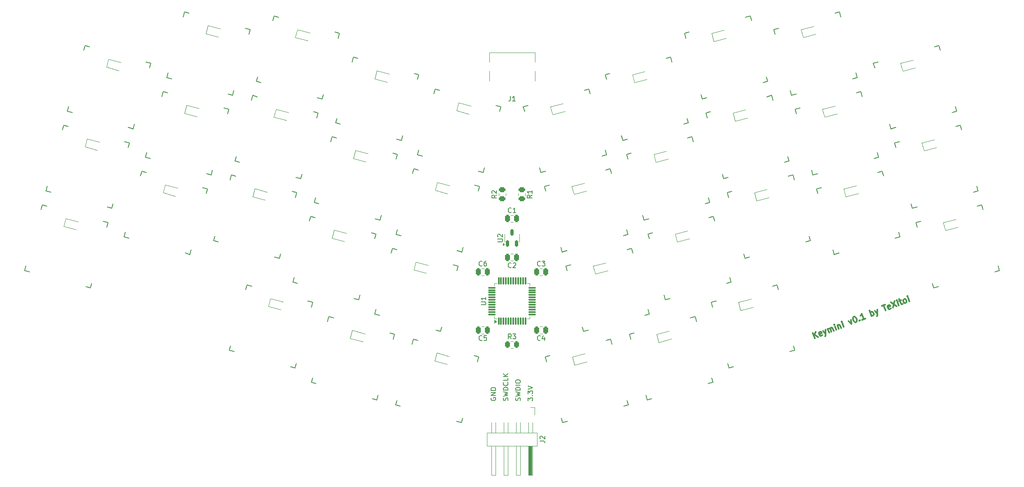
<source format=gto>
G04 #@! TF.GenerationSoftware,KiCad,Pcbnew,8.0.6+1*
G04 #@! TF.CreationDate,2024-11-04T17:59:47+01:00*
G04 #@! TF.ProjectId,keymini,6b65796d-696e-4692-9e6b-696361645f70,rev?*
G04 #@! TF.SameCoordinates,Original*
G04 #@! TF.FileFunction,Legend,Top*
G04 #@! TF.FilePolarity,Positive*
%FSLAX46Y46*%
G04 Gerber Fmt 4.6, Leading zero omitted, Abs format (unit mm)*
G04 Created by KiCad (PCBNEW 8.0.6+1) date 2024-11-04 17:59:47*
%MOMM*%
%LPD*%
G01*
G04 APERTURE LIST*
G04 Aperture macros list*
%AMRoundRect*
0 Rectangle with rounded corners*
0 $1 Rounding radius*
0 $2 $3 $4 $5 $6 $7 $8 $9 X,Y pos of 4 corners*
0 Add a 4 corners polygon primitive as box body*
4,1,4,$2,$3,$4,$5,$6,$7,$8,$9,$2,$3,0*
0 Add four circle primitives for the rounded corners*
1,1,$1+$1,$2,$3*
1,1,$1+$1,$4,$5*
1,1,$1+$1,$6,$7*
1,1,$1+$1,$8,$9*
0 Add four rect primitives between the rounded corners*
20,1,$1+$1,$2,$3,$4,$5,0*
20,1,$1+$1,$4,$5,$6,$7,0*
20,1,$1+$1,$6,$7,$8,$9,0*
20,1,$1+$1,$8,$9,$2,$3,0*%
G04 Aperture macros list end*
%ADD10C,0.200000*%
%ADD11C,0.300000*%
%ADD12C,0.150000*%
%ADD13C,0.120000*%
%ADD14R,0.760000X6.000000*%
%ADD15RoundRect,0.250000X0.250000X0.475000X-0.250000X0.475000X-0.250000X-0.475000X0.250000X-0.475000X0*%
%ADD16C,1.701800*%
%ADD17C,3.429000*%
%ADD18C,2.032000*%
%ADD19RoundRect,0.112500X-0.210228X-0.060138X0.151994X-0.157195X0.210228X0.060138X-0.151994X0.157195X0*%
%ADD20RoundRect,0.112500X-0.151994X-0.157195X0.210228X-0.060138X0.151994X0.157195X-0.210228X0.060138X0*%
%ADD21RoundRect,0.250000X-0.250000X-0.475000X0.250000X-0.475000X0.250000X0.475000X-0.250000X0.475000X0*%
%ADD22RoundRect,0.250000X0.450000X-0.262500X0.450000X0.262500X-0.450000X0.262500X-0.450000X-0.262500X0*%
%ADD23RoundRect,0.075000X0.075000X-0.662500X0.075000X0.662500X-0.075000X0.662500X-0.075000X-0.662500X0*%
%ADD24RoundRect,0.075000X0.662500X-0.075000X0.662500X0.075000X-0.662500X0.075000X-0.662500X-0.075000X0*%
%ADD25RoundRect,0.250000X-0.450000X0.262500X-0.450000X-0.262500X0.450000X-0.262500X0.450000X0.262500X0*%
%ADD26RoundRect,0.250000X-0.262500X-0.450000X0.262500X-0.450000X0.262500X0.450000X-0.262500X0.450000X0*%
%ADD27C,0.650000*%
%ADD28R,0.600000X1.450000*%
%ADD29R,0.300000X1.450000*%
%ADD30O,1.000000X2.100000*%
%ADD31O,1.000000X1.600000*%
%ADD32R,1.000000X2.500000*%
%ADD33RoundRect,0.150000X0.150000X-0.512500X0.150000X0.512500X-0.150000X0.512500X-0.150000X-0.512500X0*%
G04 APERTURE END LIST*
D10*
X151674600Y-101507945D02*
X151722219Y-101365088D01*
X151722219Y-101365088D02*
X151722219Y-101126993D01*
X151722219Y-101126993D02*
X151674600Y-101031755D01*
X151674600Y-101031755D02*
X151626980Y-100984136D01*
X151626980Y-100984136D02*
X151531742Y-100936517D01*
X151531742Y-100936517D02*
X151436504Y-100936517D01*
X151436504Y-100936517D02*
X151341266Y-100984136D01*
X151341266Y-100984136D02*
X151293647Y-101031755D01*
X151293647Y-101031755D02*
X151246028Y-101126993D01*
X151246028Y-101126993D02*
X151198409Y-101317469D01*
X151198409Y-101317469D02*
X151150790Y-101412707D01*
X151150790Y-101412707D02*
X151103171Y-101460326D01*
X151103171Y-101460326D02*
X151007933Y-101507945D01*
X151007933Y-101507945D02*
X150912695Y-101507945D01*
X150912695Y-101507945D02*
X150817457Y-101460326D01*
X150817457Y-101460326D02*
X150769838Y-101412707D01*
X150769838Y-101412707D02*
X150722219Y-101317469D01*
X150722219Y-101317469D02*
X150722219Y-101079374D01*
X150722219Y-101079374D02*
X150769838Y-100936517D01*
X150722219Y-100603183D02*
X151722219Y-100365088D01*
X151722219Y-100365088D02*
X151007933Y-100174612D01*
X151007933Y-100174612D02*
X151722219Y-99984136D01*
X151722219Y-99984136D02*
X150722219Y-99746041D01*
X151722219Y-99365088D02*
X150722219Y-99365088D01*
X150722219Y-99365088D02*
X150722219Y-99126993D01*
X150722219Y-99126993D02*
X150769838Y-98984136D01*
X150769838Y-98984136D02*
X150865076Y-98888898D01*
X150865076Y-98888898D02*
X150960314Y-98841279D01*
X150960314Y-98841279D02*
X151150790Y-98793660D01*
X151150790Y-98793660D02*
X151293647Y-98793660D01*
X151293647Y-98793660D02*
X151484123Y-98841279D01*
X151484123Y-98841279D02*
X151579361Y-98888898D01*
X151579361Y-98888898D02*
X151674600Y-98984136D01*
X151674600Y-98984136D02*
X151722219Y-99126993D01*
X151722219Y-99126993D02*
X151722219Y-99365088D01*
X151722219Y-98365088D02*
X150722219Y-98365088D01*
X150722219Y-97698422D02*
X150722219Y-97507946D01*
X150722219Y-97507946D02*
X150769838Y-97412708D01*
X150769838Y-97412708D02*
X150865076Y-97317470D01*
X150865076Y-97317470D02*
X151055552Y-97269851D01*
X151055552Y-97269851D02*
X151388885Y-97269851D01*
X151388885Y-97269851D02*
X151579361Y-97317470D01*
X151579361Y-97317470D02*
X151674600Y-97412708D01*
X151674600Y-97412708D02*
X151722219Y-97507946D01*
X151722219Y-97507946D02*
X151722219Y-97698422D01*
X151722219Y-97698422D02*
X151674600Y-97793660D01*
X151674600Y-97793660D02*
X151579361Y-97888898D01*
X151579361Y-97888898D02*
X151388885Y-97936517D01*
X151388885Y-97936517D02*
X151055552Y-97936517D01*
X151055552Y-97936517D02*
X150865076Y-97888898D01*
X150865076Y-97888898D02*
X150769838Y-97793660D01*
X150769838Y-97793660D02*
X150722219Y-97698422D01*
X149134600Y-101507945D02*
X149182219Y-101365088D01*
X149182219Y-101365088D02*
X149182219Y-101126993D01*
X149182219Y-101126993D02*
X149134600Y-101031755D01*
X149134600Y-101031755D02*
X149086980Y-100984136D01*
X149086980Y-100984136D02*
X148991742Y-100936517D01*
X148991742Y-100936517D02*
X148896504Y-100936517D01*
X148896504Y-100936517D02*
X148801266Y-100984136D01*
X148801266Y-100984136D02*
X148753647Y-101031755D01*
X148753647Y-101031755D02*
X148706028Y-101126993D01*
X148706028Y-101126993D02*
X148658409Y-101317469D01*
X148658409Y-101317469D02*
X148610790Y-101412707D01*
X148610790Y-101412707D02*
X148563171Y-101460326D01*
X148563171Y-101460326D02*
X148467933Y-101507945D01*
X148467933Y-101507945D02*
X148372695Y-101507945D01*
X148372695Y-101507945D02*
X148277457Y-101460326D01*
X148277457Y-101460326D02*
X148229838Y-101412707D01*
X148229838Y-101412707D02*
X148182219Y-101317469D01*
X148182219Y-101317469D02*
X148182219Y-101079374D01*
X148182219Y-101079374D02*
X148229838Y-100936517D01*
X148182219Y-100603183D02*
X149182219Y-100365088D01*
X149182219Y-100365088D02*
X148467933Y-100174612D01*
X148467933Y-100174612D02*
X149182219Y-99984136D01*
X149182219Y-99984136D02*
X148182219Y-99746041D01*
X149182219Y-99365088D02*
X148182219Y-99365088D01*
X148182219Y-99365088D02*
X148182219Y-99126993D01*
X148182219Y-99126993D02*
X148229838Y-98984136D01*
X148229838Y-98984136D02*
X148325076Y-98888898D01*
X148325076Y-98888898D02*
X148420314Y-98841279D01*
X148420314Y-98841279D02*
X148610790Y-98793660D01*
X148610790Y-98793660D02*
X148753647Y-98793660D01*
X148753647Y-98793660D02*
X148944123Y-98841279D01*
X148944123Y-98841279D02*
X149039361Y-98888898D01*
X149039361Y-98888898D02*
X149134600Y-98984136D01*
X149134600Y-98984136D02*
X149182219Y-99126993D01*
X149182219Y-99126993D02*
X149182219Y-99365088D01*
X149086980Y-97793660D02*
X149134600Y-97841279D01*
X149134600Y-97841279D02*
X149182219Y-97984136D01*
X149182219Y-97984136D02*
X149182219Y-98079374D01*
X149182219Y-98079374D02*
X149134600Y-98222231D01*
X149134600Y-98222231D02*
X149039361Y-98317469D01*
X149039361Y-98317469D02*
X148944123Y-98365088D01*
X148944123Y-98365088D02*
X148753647Y-98412707D01*
X148753647Y-98412707D02*
X148610790Y-98412707D01*
X148610790Y-98412707D02*
X148420314Y-98365088D01*
X148420314Y-98365088D02*
X148325076Y-98317469D01*
X148325076Y-98317469D02*
X148229838Y-98222231D01*
X148229838Y-98222231D02*
X148182219Y-98079374D01*
X148182219Y-98079374D02*
X148182219Y-97984136D01*
X148182219Y-97984136D02*
X148229838Y-97841279D01*
X148229838Y-97841279D02*
X148277457Y-97793660D01*
X149182219Y-96888898D02*
X149182219Y-97365088D01*
X149182219Y-97365088D02*
X148182219Y-97365088D01*
X149182219Y-96555564D02*
X148182219Y-96555564D01*
X149182219Y-95984136D02*
X148610790Y-96412707D01*
X148182219Y-95984136D02*
X148753647Y-96555564D01*
D11*
X212390842Y-88672886D02*
X211954160Y-87555162D01*
X213029542Y-88423354D02*
X212300984Y-87971803D01*
X212592860Y-87305629D02*
X212203693Y-88193861D01*
X213913572Y-88016625D02*
X213827917Y-88111438D01*
X213827917Y-88111438D02*
X213615017Y-88194616D01*
X213615017Y-88194616D02*
X213487773Y-88182980D01*
X213487773Y-88182980D02*
X213392959Y-88097324D01*
X213392959Y-88097324D02*
X213226604Y-87671524D01*
X213226604Y-87671524D02*
X213238240Y-87544280D01*
X213238240Y-87544280D02*
X213323896Y-87449466D01*
X213323896Y-87449466D02*
X213536796Y-87366288D01*
X213536796Y-87366288D02*
X213664040Y-87377925D01*
X213664040Y-87377925D02*
X213758854Y-87463580D01*
X213758854Y-87463580D02*
X213800442Y-87570030D01*
X213800442Y-87570030D02*
X213309781Y-87884424D01*
X214069045Y-87158345D02*
X214626291Y-87799523D01*
X214601295Y-86950401D02*
X214626291Y-87799523D01*
X214626291Y-87799523D02*
X214623813Y-88107237D01*
X214623813Y-88107237D02*
X214591383Y-88181256D01*
X214591383Y-88181256D02*
X214505727Y-88276070D01*
X215318217Y-87529196D02*
X215027095Y-86784046D01*
X215068684Y-86890496D02*
X215101115Y-86816476D01*
X215101115Y-86816476D02*
X215186770Y-86721663D01*
X215186770Y-86721663D02*
X215346445Y-86659280D01*
X215346445Y-86659280D02*
X215473690Y-86670916D01*
X215473690Y-86670916D02*
X215568503Y-86756571D01*
X215568503Y-86756571D02*
X215797242Y-87342046D01*
X215568503Y-86756571D02*
X215580140Y-86629327D01*
X215580140Y-86629327D02*
X215665795Y-86534513D01*
X215665795Y-86534513D02*
X215825470Y-86472130D01*
X215825470Y-86472130D02*
X215952715Y-86483766D01*
X215952715Y-86483766D02*
X216047528Y-86569422D01*
X216047528Y-86569422D02*
X216276266Y-87154897D01*
X216808516Y-86946953D02*
X216517395Y-86201803D01*
X216371835Y-85829228D02*
X216339404Y-85903248D01*
X216339404Y-85903248D02*
X216413423Y-85935678D01*
X216413423Y-85935678D02*
X216445854Y-85861659D01*
X216445854Y-85861659D02*
X216371835Y-85829228D01*
X216371835Y-85829228D02*
X216413423Y-85935678D01*
X217049645Y-85993859D02*
X217340767Y-86739009D01*
X217091234Y-86100309D02*
X217123665Y-86026290D01*
X217123665Y-86026290D02*
X217209320Y-85931476D01*
X217209320Y-85931476D02*
X217368995Y-85869093D01*
X217368995Y-85869093D02*
X217496240Y-85880729D01*
X217496240Y-85880729D02*
X217591054Y-85966385D01*
X217591054Y-85966385D02*
X217819792Y-86551860D01*
X218352041Y-86343916D02*
X218060920Y-85598766D01*
X217915359Y-85226191D02*
X217882929Y-85300211D01*
X217882929Y-85300211D02*
X217956948Y-85332641D01*
X217956948Y-85332641D02*
X217989379Y-85258622D01*
X217989379Y-85258622D02*
X217915359Y-85226191D01*
X217915359Y-85226191D02*
X217956948Y-85332641D01*
X219338321Y-85099701D02*
X219895567Y-85740879D01*
X219895567Y-85740879D02*
X219870571Y-84891757D01*
X220363710Y-84269650D02*
X220470160Y-84228061D01*
X220470160Y-84228061D02*
X220597405Y-84239697D01*
X220597405Y-84239697D02*
X220671424Y-84272128D01*
X220671424Y-84272128D02*
X220766238Y-84357783D01*
X220766238Y-84357783D02*
X220902640Y-84549889D01*
X220902640Y-84549889D02*
X221006612Y-84816014D01*
X221006612Y-84816014D02*
X221036565Y-85049708D01*
X221036565Y-85049708D02*
X221024928Y-85176953D01*
X221024928Y-85176953D02*
X220992498Y-85250972D01*
X220992498Y-85250972D02*
X220906842Y-85345786D01*
X220906842Y-85345786D02*
X220800392Y-85387375D01*
X220800392Y-85387375D02*
X220673148Y-85375738D01*
X220673148Y-85375738D02*
X220599128Y-85343308D01*
X220599128Y-85343308D02*
X220504315Y-85257652D01*
X220504315Y-85257652D02*
X220367912Y-85065547D01*
X220367912Y-85065547D02*
X220263940Y-84799422D01*
X220263940Y-84799422D02*
X220233988Y-84565727D01*
X220233988Y-84565727D02*
X220245624Y-84438483D01*
X220245624Y-84438483D02*
X220278055Y-84364463D01*
X220278055Y-84364463D02*
X220363710Y-84269650D01*
X221610403Y-84948215D02*
X221684422Y-84980645D01*
X221684422Y-84980645D02*
X221651992Y-85054665D01*
X221651992Y-85054665D02*
X221577972Y-85022234D01*
X221577972Y-85022234D02*
X221610403Y-84948215D01*
X221610403Y-84948215D02*
X221651992Y-85054665D01*
X222769717Y-84617983D02*
X222131017Y-84867515D01*
X222450367Y-84742749D02*
X222013685Y-83625024D01*
X222013685Y-83625024D02*
X221969618Y-83826288D01*
X221969618Y-83826288D02*
X221904757Y-83974326D01*
X221904757Y-83974326D02*
X221819102Y-84069140D01*
X224100342Y-84098123D02*
X223663660Y-82980398D01*
X223830015Y-83406198D02*
X223915671Y-83311384D01*
X223915671Y-83311384D02*
X224128571Y-83228207D01*
X224128571Y-83228207D02*
X224255815Y-83239843D01*
X224255815Y-83239843D02*
X224329835Y-83272274D01*
X224329835Y-83272274D02*
X224424648Y-83357929D01*
X224424648Y-83357929D02*
X224549415Y-83677279D01*
X224549415Y-83677279D02*
X224537778Y-83804524D01*
X224537778Y-83804524D02*
X224505348Y-83878543D01*
X224505348Y-83878543D02*
X224419692Y-83973357D01*
X224419692Y-83973357D02*
X224206792Y-84056534D01*
X224206792Y-84056534D02*
X224079548Y-84044898D01*
X224714045Y-82999469D02*
X225271292Y-83640647D01*
X225246295Y-82791525D02*
X225271292Y-83640647D01*
X225271292Y-83640647D02*
X225268814Y-83948361D01*
X225268814Y-83948361D02*
X225236383Y-84022380D01*
X225236383Y-84022380D02*
X225150727Y-84117194D01*
X226218460Y-81982268D02*
X226857160Y-81732736D01*
X226974492Y-82975227D02*
X226537810Y-81857502D01*
X228071423Y-82485320D02*
X227985767Y-82580133D01*
X227985767Y-82580133D02*
X227772867Y-82663311D01*
X227772867Y-82663311D02*
X227645623Y-82651675D01*
X227645623Y-82651675D02*
X227550809Y-82566019D01*
X227550809Y-82566019D02*
X227384454Y-82140219D01*
X227384454Y-82140219D02*
X227396090Y-82012975D01*
X227396090Y-82012975D02*
X227481746Y-81918161D01*
X227481746Y-81918161D02*
X227694646Y-81834984D01*
X227694646Y-81834984D02*
X227821890Y-81846620D01*
X227821890Y-81846620D02*
X227916704Y-81932275D01*
X227916704Y-81932275D02*
X227958293Y-82038725D01*
X227958293Y-82038725D02*
X227467632Y-82353119D01*
X228081335Y-81254465D02*
X229263167Y-82081069D01*
X228826485Y-80963344D02*
X228518017Y-82372190D01*
X229688967Y-81914714D02*
X229397845Y-81169564D01*
X229252285Y-80796989D02*
X229219854Y-80871008D01*
X229219854Y-80871008D02*
X229293873Y-80903439D01*
X229293873Y-80903439D02*
X229326304Y-80829419D01*
X229326304Y-80829419D02*
X229252285Y-80796989D01*
X229252285Y-80796989D02*
X229293873Y-80903439D01*
X229770421Y-81024003D02*
X230196221Y-80857648D01*
X229784535Y-80589045D02*
X230158834Y-81547095D01*
X230158834Y-81547095D02*
X230253647Y-81632750D01*
X230253647Y-81632750D02*
X230380892Y-81644387D01*
X230380892Y-81644387D02*
X230487342Y-81602798D01*
X231019592Y-81394854D02*
X230892347Y-81383218D01*
X230892347Y-81383218D02*
X230818328Y-81350787D01*
X230818328Y-81350787D02*
X230723514Y-81265132D01*
X230723514Y-81265132D02*
X230598748Y-80945782D01*
X230598748Y-80945782D02*
X230610384Y-80818537D01*
X230610384Y-80818537D02*
X230642815Y-80744518D01*
X230642815Y-80744518D02*
X230728470Y-80649704D01*
X230728470Y-80649704D02*
X230888145Y-80587321D01*
X230888145Y-80587321D02*
X231015390Y-80598957D01*
X231015390Y-80598957D02*
X231089409Y-80631388D01*
X231089409Y-80631388D02*
X231184223Y-80717044D01*
X231184223Y-80717044D02*
X231308989Y-81036394D01*
X231308989Y-81036394D02*
X231297353Y-81163638D01*
X231297353Y-81163638D02*
X231264922Y-81237657D01*
X231264922Y-81237657D02*
X231179267Y-81332471D01*
X231179267Y-81332471D02*
X231019592Y-81394854D01*
X231871191Y-81062144D02*
X231580070Y-80316994D01*
X231434509Y-79944419D02*
X231402079Y-80018439D01*
X231402079Y-80018439D02*
X231476098Y-80050869D01*
X231476098Y-80050869D02*
X231508529Y-79976850D01*
X231508529Y-79976850D02*
X231434509Y-79944419D01*
X231434509Y-79944419D02*
X231476098Y-80050869D01*
D10*
X145689838Y-100936517D02*
X145642219Y-101031755D01*
X145642219Y-101031755D02*
X145642219Y-101174612D01*
X145642219Y-101174612D02*
X145689838Y-101317469D01*
X145689838Y-101317469D02*
X145785076Y-101412707D01*
X145785076Y-101412707D02*
X145880314Y-101460326D01*
X145880314Y-101460326D02*
X146070790Y-101507945D01*
X146070790Y-101507945D02*
X146213647Y-101507945D01*
X146213647Y-101507945D02*
X146404123Y-101460326D01*
X146404123Y-101460326D02*
X146499361Y-101412707D01*
X146499361Y-101412707D02*
X146594600Y-101317469D01*
X146594600Y-101317469D02*
X146642219Y-101174612D01*
X146642219Y-101174612D02*
X146642219Y-101079374D01*
X146642219Y-101079374D02*
X146594600Y-100936517D01*
X146594600Y-100936517D02*
X146546980Y-100888898D01*
X146546980Y-100888898D02*
X146213647Y-100888898D01*
X146213647Y-100888898D02*
X146213647Y-101079374D01*
X146642219Y-100460326D02*
X145642219Y-100460326D01*
X145642219Y-100460326D02*
X146642219Y-99888898D01*
X146642219Y-99888898D02*
X145642219Y-99888898D01*
X146642219Y-99412707D02*
X145642219Y-99412707D01*
X145642219Y-99412707D02*
X145642219Y-99174612D01*
X145642219Y-99174612D02*
X145689838Y-99031755D01*
X145689838Y-99031755D02*
X145785076Y-98936517D01*
X145785076Y-98936517D02*
X145880314Y-98888898D01*
X145880314Y-98888898D02*
X146070790Y-98841279D01*
X146070790Y-98841279D02*
X146213647Y-98841279D01*
X146213647Y-98841279D02*
X146404123Y-98888898D01*
X146404123Y-98888898D02*
X146499361Y-98936517D01*
X146499361Y-98936517D02*
X146594600Y-99031755D01*
X146594600Y-99031755D02*
X146642219Y-99174612D01*
X146642219Y-99174612D02*
X146642219Y-99412707D01*
X153262219Y-101555564D02*
X153262219Y-100936517D01*
X153262219Y-100936517D02*
X153643171Y-101269850D01*
X153643171Y-101269850D02*
X153643171Y-101126993D01*
X153643171Y-101126993D02*
X153690790Y-101031755D01*
X153690790Y-101031755D02*
X153738409Y-100984136D01*
X153738409Y-100984136D02*
X153833647Y-100936517D01*
X153833647Y-100936517D02*
X154071742Y-100936517D01*
X154071742Y-100936517D02*
X154166980Y-100984136D01*
X154166980Y-100984136D02*
X154214600Y-101031755D01*
X154214600Y-101031755D02*
X154262219Y-101126993D01*
X154262219Y-101126993D02*
X154262219Y-101412707D01*
X154262219Y-101412707D02*
X154214600Y-101507945D01*
X154214600Y-101507945D02*
X154166980Y-101555564D01*
X154166980Y-100507945D02*
X154214600Y-100460326D01*
X154214600Y-100460326D02*
X154262219Y-100507945D01*
X154262219Y-100507945D02*
X154214600Y-100555564D01*
X154214600Y-100555564D02*
X154166980Y-100507945D01*
X154166980Y-100507945D02*
X154262219Y-100507945D01*
X153262219Y-100126993D02*
X153262219Y-99507946D01*
X153262219Y-99507946D02*
X153643171Y-99841279D01*
X153643171Y-99841279D02*
X153643171Y-99698422D01*
X153643171Y-99698422D02*
X153690790Y-99603184D01*
X153690790Y-99603184D02*
X153738409Y-99555565D01*
X153738409Y-99555565D02*
X153833647Y-99507946D01*
X153833647Y-99507946D02*
X154071742Y-99507946D01*
X154071742Y-99507946D02*
X154166980Y-99555565D01*
X154166980Y-99555565D02*
X154214600Y-99603184D01*
X154214600Y-99603184D02*
X154262219Y-99698422D01*
X154262219Y-99698422D02*
X154262219Y-99984136D01*
X154262219Y-99984136D02*
X154214600Y-100079374D01*
X154214600Y-100079374D02*
X154166980Y-100126993D01*
X153262219Y-99222231D02*
X154262219Y-98888898D01*
X154262219Y-98888898D02*
X153262219Y-98555565D01*
D12*
X149833333Y-74039580D02*
X149785714Y-74087200D01*
X149785714Y-74087200D02*
X149642857Y-74134819D01*
X149642857Y-74134819D02*
X149547619Y-74134819D01*
X149547619Y-74134819D02*
X149404762Y-74087200D01*
X149404762Y-74087200D02*
X149309524Y-73991961D01*
X149309524Y-73991961D02*
X149261905Y-73896723D01*
X149261905Y-73896723D02*
X149214286Y-73706247D01*
X149214286Y-73706247D02*
X149214286Y-73563390D01*
X149214286Y-73563390D02*
X149261905Y-73372914D01*
X149261905Y-73372914D02*
X149309524Y-73277676D01*
X149309524Y-73277676D02*
X149404762Y-73182438D01*
X149404762Y-73182438D02*
X149547619Y-73134819D01*
X149547619Y-73134819D02*
X149642857Y-73134819D01*
X149642857Y-73134819D02*
X149785714Y-73182438D01*
X149785714Y-73182438D02*
X149833333Y-73230057D01*
X150214286Y-73230057D02*
X150261905Y-73182438D01*
X150261905Y-73182438D02*
X150357143Y-73134819D01*
X150357143Y-73134819D02*
X150595238Y-73134819D01*
X150595238Y-73134819D02*
X150690476Y-73182438D01*
X150690476Y-73182438D02*
X150738095Y-73230057D01*
X150738095Y-73230057D02*
X150785714Y-73325295D01*
X150785714Y-73325295D02*
X150785714Y-73420533D01*
X150785714Y-73420533D02*
X150738095Y-73563390D01*
X150738095Y-73563390D02*
X150166667Y-74134819D01*
X150166667Y-74134819D02*
X150785714Y-74134819D01*
X155833333Y-89039580D02*
X155785714Y-89087200D01*
X155785714Y-89087200D02*
X155642857Y-89134819D01*
X155642857Y-89134819D02*
X155547619Y-89134819D01*
X155547619Y-89134819D02*
X155404762Y-89087200D01*
X155404762Y-89087200D02*
X155309524Y-88991961D01*
X155309524Y-88991961D02*
X155261905Y-88896723D01*
X155261905Y-88896723D02*
X155214286Y-88706247D01*
X155214286Y-88706247D02*
X155214286Y-88563390D01*
X155214286Y-88563390D02*
X155261905Y-88372914D01*
X155261905Y-88372914D02*
X155309524Y-88277676D01*
X155309524Y-88277676D02*
X155404762Y-88182438D01*
X155404762Y-88182438D02*
X155547619Y-88134819D01*
X155547619Y-88134819D02*
X155642857Y-88134819D01*
X155642857Y-88134819D02*
X155785714Y-88182438D01*
X155785714Y-88182438D02*
X155833333Y-88230057D01*
X156690476Y-88468152D02*
X156690476Y-89134819D01*
X156452381Y-88087200D02*
X156214286Y-88801485D01*
X156214286Y-88801485D02*
X156833333Y-88801485D01*
X149833333Y-62679580D02*
X149785714Y-62727200D01*
X149785714Y-62727200D02*
X149642857Y-62774819D01*
X149642857Y-62774819D02*
X149547619Y-62774819D01*
X149547619Y-62774819D02*
X149404762Y-62727200D01*
X149404762Y-62727200D02*
X149309524Y-62631961D01*
X149309524Y-62631961D02*
X149261905Y-62536723D01*
X149261905Y-62536723D02*
X149214286Y-62346247D01*
X149214286Y-62346247D02*
X149214286Y-62203390D01*
X149214286Y-62203390D02*
X149261905Y-62012914D01*
X149261905Y-62012914D02*
X149309524Y-61917676D01*
X149309524Y-61917676D02*
X149404762Y-61822438D01*
X149404762Y-61822438D02*
X149547619Y-61774819D01*
X149547619Y-61774819D02*
X149642857Y-61774819D01*
X149642857Y-61774819D02*
X149785714Y-61822438D01*
X149785714Y-61822438D02*
X149833333Y-61870057D01*
X150785714Y-62774819D02*
X150214286Y-62774819D01*
X150500000Y-62774819D02*
X150500000Y-61774819D01*
X150500000Y-61774819D02*
X150404762Y-61917676D01*
X150404762Y-61917676D02*
X150309524Y-62012914D01*
X150309524Y-62012914D02*
X150214286Y-62060533D01*
X155833333Y-73679580D02*
X155785714Y-73727200D01*
X155785714Y-73727200D02*
X155642857Y-73774819D01*
X155642857Y-73774819D02*
X155547619Y-73774819D01*
X155547619Y-73774819D02*
X155404762Y-73727200D01*
X155404762Y-73727200D02*
X155309524Y-73631961D01*
X155309524Y-73631961D02*
X155261905Y-73536723D01*
X155261905Y-73536723D02*
X155214286Y-73346247D01*
X155214286Y-73346247D02*
X155214286Y-73203390D01*
X155214286Y-73203390D02*
X155261905Y-73012914D01*
X155261905Y-73012914D02*
X155309524Y-72917676D01*
X155309524Y-72917676D02*
X155404762Y-72822438D01*
X155404762Y-72822438D02*
X155547619Y-72774819D01*
X155547619Y-72774819D02*
X155642857Y-72774819D01*
X155642857Y-72774819D02*
X155785714Y-72822438D01*
X155785714Y-72822438D02*
X155833333Y-72870057D01*
X156166667Y-72774819D02*
X156785714Y-72774819D01*
X156785714Y-72774819D02*
X156452381Y-73155771D01*
X156452381Y-73155771D02*
X156595238Y-73155771D01*
X156595238Y-73155771D02*
X156690476Y-73203390D01*
X156690476Y-73203390D02*
X156738095Y-73251009D01*
X156738095Y-73251009D02*
X156785714Y-73346247D01*
X156785714Y-73346247D02*
X156785714Y-73584342D01*
X156785714Y-73584342D02*
X156738095Y-73679580D01*
X156738095Y-73679580D02*
X156690476Y-73727200D01*
X156690476Y-73727200D02*
X156595238Y-73774819D01*
X156595238Y-73774819D02*
X156309524Y-73774819D01*
X156309524Y-73774819D02*
X156214286Y-73727200D01*
X156214286Y-73727200D02*
X156166667Y-73679580D01*
X146804819Y-59166666D02*
X146328628Y-59499999D01*
X146804819Y-59738094D02*
X145804819Y-59738094D01*
X145804819Y-59738094D02*
X145804819Y-59357142D01*
X145804819Y-59357142D02*
X145852438Y-59261904D01*
X145852438Y-59261904D02*
X145900057Y-59214285D01*
X145900057Y-59214285D02*
X145995295Y-59166666D01*
X145995295Y-59166666D02*
X146138152Y-59166666D01*
X146138152Y-59166666D02*
X146233390Y-59214285D01*
X146233390Y-59214285D02*
X146281009Y-59261904D01*
X146281009Y-59261904D02*
X146328628Y-59357142D01*
X146328628Y-59357142D02*
X146328628Y-59738094D01*
X145900057Y-58785713D02*
X145852438Y-58738094D01*
X145852438Y-58738094D02*
X145804819Y-58642856D01*
X145804819Y-58642856D02*
X145804819Y-58404761D01*
X145804819Y-58404761D02*
X145852438Y-58309523D01*
X145852438Y-58309523D02*
X145900057Y-58261904D01*
X145900057Y-58261904D02*
X145995295Y-58214285D01*
X145995295Y-58214285D02*
X146090533Y-58214285D01*
X146090533Y-58214285D02*
X146233390Y-58261904D01*
X146233390Y-58261904D02*
X146804819Y-58833332D01*
X146804819Y-58833332D02*
X146804819Y-58214285D01*
X143604819Y-81761904D02*
X144414342Y-81761904D01*
X144414342Y-81761904D02*
X144509580Y-81714285D01*
X144509580Y-81714285D02*
X144557200Y-81666666D01*
X144557200Y-81666666D02*
X144604819Y-81571428D01*
X144604819Y-81571428D02*
X144604819Y-81380952D01*
X144604819Y-81380952D02*
X144557200Y-81285714D01*
X144557200Y-81285714D02*
X144509580Y-81238095D01*
X144509580Y-81238095D02*
X144414342Y-81190476D01*
X144414342Y-81190476D02*
X143604819Y-81190476D01*
X144604819Y-80190476D02*
X144604819Y-80761904D01*
X144604819Y-80476190D02*
X143604819Y-80476190D01*
X143604819Y-80476190D02*
X143747676Y-80571428D01*
X143747676Y-80571428D02*
X143842914Y-80666666D01*
X143842914Y-80666666D02*
X143890533Y-80761904D01*
X154104819Y-59166666D02*
X153628628Y-59499999D01*
X154104819Y-59738094D02*
X153104819Y-59738094D01*
X153104819Y-59738094D02*
X153104819Y-59357142D01*
X153104819Y-59357142D02*
X153152438Y-59261904D01*
X153152438Y-59261904D02*
X153200057Y-59214285D01*
X153200057Y-59214285D02*
X153295295Y-59166666D01*
X153295295Y-59166666D02*
X153438152Y-59166666D01*
X153438152Y-59166666D02*
X153533390Y-59214285D01*
X153533390Y-59214285D02*
X153581009Y-59261904D01*
X153581009Y-59261904D02*
X153628628Y-59357142D01*
X153628628Y-59357142D02*
X153628628Y-59738094D01*
X154104819Y-58214285D02*
X154104819Y-58785713D01*
X154104819Y-58499999D02*
X153104819Y-58499999D01*
X153104819Y-58499999D02*
X153247676Y-58595237D01*
X153247676Y-58595237D02*
X153342914Y-58690475D01*
X153342914Y-58690475D02*
X153390533Y-58785713D01*
X149833333Y-88804819D02*
X149500000Y-88328628D01*
X149261905Y-88804819D02*
X149261905Y-87804819D01*
X149261905Y-87804819D02*
X149642857Y-87804819D01*
X149642857Y-87804819D02*
X149738095Y-87852438D01*
X149738095Y-87852438D02*
X149785714Y-87900057D01*
X149785714Y-87900057D02*
X149833333Y-87995295D01*
X149833333Y-87995295D02*
X149833333Y-88138152D01*
X149833333Y-88138152D02*
X149785714Y-88233390D01*
X149785714Y-88233390D02*
X149738095Y-88281009D01*
X149738095Y-88281009D02*
X149642857Y-88328628D01*
X149642857Y-88328628D02*
X149261905Y-88328628D01*
X150166667Y-87804819D02*
X150785714Y-87804819D01*
X150785714Y-87804819D02*
X150452381Y-88185771D01*
X150452381Y-88185771D02*
X150595238Y-88185771D01*
X150595238Y-88185771D02*
X150690476Y-88233390D01*
X150690476Y-88233390D02*
X150738095Y-88281009D01*
X150738095Y-88281009D02*
X150785714Y-88376247D01*
X150785714Y-88376247D02*
X150785714Y-88614342D01*
X150785714Y-88614342D02*
X150738095Y-88709580D01*
X150738095Y-88709580D02*
X150690476Y-88757200D01*
X150690476Y-88757200D02*
X150595238Y-88804819D01*
X150595238Y-88804819D02*
X150309524Y-88804819D01*
X150309524Y-88804819D02*
X150214286Y-88757200D01*
X150214286Y-88757200D02*
X150166667Y-88709580D01*
X143833333Y-73679580D02*
X143785714Y-73727200D01*
X143785714Y-73727200D02*
X143642857Y-73774819D01*
X143642857Y-73774819D02*
X143547619Y-73774819D01*
X143547619Y-73774819D02*
X143404762Y-73727200D01*
X143404762Y-73727200D02*
X143309524Y-73631961D01*
X143309524Y-73631961D02*
X143261905Y-73536723D01*
X143261905Y-73536723D02*
X143214286Y-73346247D01*
X143214286Y-73346247D02*
X143214286Y-73203390D01*
X143214286Y-73203390D02*
X143261905Y-73012914D01*
X143261905Y-73012914D02*
X143309524Y-72917676D01*
X143309524Y-72917676D02*
X143404762Y-72822438D01*
X143404762Y-72822438D02*
X143547619Y-72774819D01*
X143547619Y-72774819D02*
X143642857Y-72774819D01*
X143642857Y-72774819D02*
X143785714Y-72822438D01*
X143785714Y-72822438D02*
X143833333Y-72870057D01*
X144690476Y-72774819D02*
X144500000Y-72774819D01*
X144500000Y-72774819D02*
X144404762Y-72822438D01*
X144404762Y-72822438D02*
X144357143Y-72870057D01*
X144357143Y-72870057D02*
X144261905Y-73012914D01*
X144261905Y-73012914D02*
X144214286Y-73203390D01*
X144214286Y-73203390D02*
X144214286Y-73584342D01*
X144214286Y-73584342D02*
X144261905Y-73679580D01*
X144261905Y-73679580D02*
X144309524Y-73727200D01*
X144309524Y-73727200D02*
X144404762Y-73774819D01*
X144404762Y-73774819D02*
X144595238Y-73774819D01*
X144595238Y-73774819D02*
X144690476Y-73727200D01*
X144690476Y-73727200D02*
X144738095Y-73679580D01*
X144738095Y-73679580D02*
X144785714Y-73584342D01*
X144785714Y-73584342D02*
X144785714Y-73346247D01*
X144785714Y-73346247D02*
X144738095Y-73251009D01*
X144738095Y-73251009D02*
X144690476Y-73203390D01*
X144690476Y-73203390D02*
X144595238Y-73155771D01*
X144595238Y-73155771D02*
X144404762Y-73155771D01*
X144404762Y-73155771D02*
X144309524Y-73203390D01*
X144309524Y-73203390D02*
X144261905Y-73251009D01*
X144261905Y-73251009D02*
X144214286Y-73346247D01*
X143833333Y-89039580D02*
X143785714Y-89087200D01*
X143785714Y-89087200D02*
X143642857Y-89134819D01*
X143642857Y-89134819D02*
X143547619Y-89134819D01*
X143547619Y-89134819D02*
X143404762Y-89087200D01*
X143404762Y-89087200D02*
X143309524Y-88991961D01*
X143309524Y-88991961D02*
X143261905Y-88896723D01*
X143261905Y-88896723D02*
X143214286Y-88706247D01*
X143214286Y-88706247D02*
X143214286Y-88563390D01*
X143214286Y-88563390D02*
X143261905Y-88372914D01*
X143261905Y-88372914D02*
X143309524Y-88277676D01*
X143309524Y-88277676D02*
X143404762Y-88182438D01*
X143404762Y-88182438D02*
X143547619Y-88134819D01*
X143547619Y-88134819D02*
X143642857Y-88134819D01*
X143642857Y-88134819D02*
X143785714Y-88182438D01*
X143785714Y-88182438D02*
X143833333Y-88230057D01*
X144738095Y-88134819D02*
X144261905Y-88134819D01*
X144261905Y-88134819D02*
X144214286Y-88611009D01*
X144214286Y-88611009D02*
X144261905Y-88563390D01*
X144261905Y-88563390D02*
X144357143Y-88515771D01*
X144357143Y-88515771D02*
X144595238Y-88515771D01*
X144595238Y-88515771D02*
X144690476Y-88563390D01*
X144690476Y-88563390D02*
X144738095Y-88611009D01*
X144738095Y-88611009D02*
X144785714Y-88706247D01*
X144785714Y-88706247D02*
X144785714Y-88944342D01*
X144785714Y-88944342D02*
X144738095Y-89039580D01*
X144738095Y-89039580D02*
X144690476Y-89087200D01*
X144690476Y-89087200D02*
X144595238Y-89134819D01*
X144595238Y-89134819D02*
X144357143Y-89134819D01*
X144357143Y-89134819D02*
X144261905Y-89087200D01*
X144261905Y-89087200D02*
X144214286Y-89039580D01*
X149666666Y-38774819D02*
X149666666Y-39489104D01*
X149666666Y-39489104D02*
X149619047Y-39631961D01*
X149619047Y-39631961D02*
X149523809Y-39727200D01*
X149523809Y-39727200D02*
X149380952Y-39774819D01*
X149380952Y-39774819D02*
X149285714Y-39774819D01*
X150666666Y-39774819D02*
X150095238Y-39774819D01*
X150380952Y-39774819D02*
X150380952Y-38774819D01*
X150380952Y-38774819D02*
X150285714Y-38917676D01*
X150285714Y-38917676D02*
X150190476Y-39012914D01*
X150190476Y-39012914D02*
X150095238Y-39060533D01*
X155734819Y-109853333D02*
X156449104Y-109853333D01*
X156449104Y-109853333D02*
X156591961Y-109900952D01*
X156591961Y-109900952D02*
X156687200Y-109996190D01*
X156687200Y-109996190D02*
X156734819Y-110139047D01*
X156734819Y-110139047D02*
X156734819Y-110234285D01*
X155830057Y-109424761D02*
X155782438Y-109377142D01*
X155782438Y-109377142D02*
X155734819Y-109281904D01*
X155734819Y-109281904D02*
X155734819Y-109043809D01*
X155734819Y-109043809D02*
X155782438Y-108948571D01*
X155782438Y-108948571D02*
X155830057Y-108900952D01*
X155830057Y-108900952D02*
X155925295Y-108853333D01*
X155925295Y-108853333D02*
X156020533Y-108853333D01*
X156020533Y-108853333D02*
X156163390Y-108900952D01*
X156163390Y-108900952D02*
X156734819Y-109472380D01*
X156734819Y-109472380D02*
X156734819Y-108853333D01*
X147054819Y-68761904D02*
X147864342Y-68761904D01*
X147864342Y-68761904D02*
X147959580Y-68714285D01*
X147959580Y-68714285D02*
X148007200Y-68666666D01*
X148007200Y-68666666D02*
X148054819Y-68571428D01*
X148054819Y-68571428D02*
X148054819Y-68380952D01*
X148054819Y-68380952D02*
X148007200Y-68285714D01*
X148007200Y-68285714D02*
X147959580Y-68238095D01*
X147959580Y-68238095D02*
X147864342Y-68190476D01*
X147864342Y-68190476D02*
X147054819Y-68190476D01*
X147150057Y-67761904D02*
X147102438Y-67714285D01*
X147102438Y-67714285D02*
X147054819Y-67619047D01*
X147054819Y-67619047D02*
X147054819Y-67380952D01*
X147054819Y-67380952D02*
X147102438Y-67285714D01*
X147102438Y-67285714D02*
X147150057Y-67238095D01*
X147150057Y-67238095D02*
X147245295Y-67190476D01*
X147245295Y-67190476D02*
X147340533Y-67190476D01*
X147340533Y-67190476D02*
X147483390Y-67238095D01*
X147483390Y-67238095D02*
X148054819Y-67809523D01*
X148054819Y-67809523D02*
X148054819Y-67190476D01*
D13*
G04 #@! TO.C,C2*
X150261252Y-71265000D02*
X149738748Y-71265000D01*
X150261252Y-72735000D02*
X149738748Y-72735000D01*
D12*
G04 #@! TO.C,SW1J1*
X224713605Y-32921178D02*
X224454786Y-31955253D01*
X225420712Y-31696433D02*
X224454786Y-31955253D01*
X228078253Y-45478214D02*
X227819433Y-44512288D01*
X228078253Y-45478214D02*
X229044178Y-45219395D01*
X237977747Y-28331786D02*
X237011822Y-28590605D01*
X237977747Y-28331786D02*
X238236567Y-29297712D01*
X240635288Y-42113567D02*
X241601214Y-41854747D01*
X241342395Y-40888822D02*
X241601214Y-41854747D01*
D13*
G04 #@! TO.C,D2A1*
X62012863Y-49190338D02*
X64582226Y-49878797D01*
X62452856Y-47548264D02*
X62012863Y-49190338D01*
X62452856Y-47548264D02*
X65022218Y-48236723D01*
G04 #@! TO.C,D4D1*
X116654863Y-88678338D02*
X119224226Y-89366797D01*
X117094856Y-87036264D02*
X116654863Y-88678338D01*
X117094856Y-87036264D02*
X119664218Y-87724723D01*
D12*
G04 #@! TO.C,SW4F1*
X157085605Y-93489178D02*
X156826786Y-92523253D01*
X157792712Y-92264433D02*
X156826786Y-92523253D01*
X160450253Y-106046214D02*
X160191433Y-105080288D01*
X160450253Y-106046214D02*
X161416178Y-105787395D01*
X170349747Y-88899786D02*
X169383822Y-89158605D01*
X170349747Y-88899786D02*
X170608567Y-89865712D01*
X173007288Y-102681567D02*
X173973214Y-102422747D01*
X173714395Y-101456822D02*
X173973214Y-102422747D01*
G04 #@! TO.C,SW2I1*
X208621605Y-42410178D02*
X208362786Y-41444253D01*
X209328712Y-41185433D02*
X208362786Y-41444253D01*
X211986253Y-54967214D02*
X211727433Y-54001288D01*
X211986253Y-54967214D02*
X212952178Y-54708395D01*
X221885747Y-37820786D02*
X220919822Y-38079605D01*
X221885747Y-37820786D02*
X222144567Y-38786712D01*
X224543288Y-51602567D02*
X225509214Y-51343747D01*
X225250395Y-50377822D02*
X225509214Y-51343747D01*
G04 #@! TO.C,SW3I1*
X213020605Y-58830178D02*
X212761786Y-57864253D01*
X213727712Y-57605433D02*
X212761786Y-57864253D01*
X216385253Y-71387214D02*
X216126433Y-70421288D01*
X216385253Y-71387214D02*
X217351178Y-71128395D01*
X226284747Y-54240786D02*
X225318822Y-54499605D01*
X226284747Y-54240786D02*
X226543567Y-55206712D01*
X228942288Y-68022567D02*
X229908214Y-67763747D01*
X229649395Y-66797822D02*
X229908214Y-67763747D01*
G04 #@! TO.C,SW1G1*
X169447605Y-35306178D02*
X169188786Y-34340253D01*
X170154712Y-34081433D02*
X169188786Y-34340253D01*
X172812253Y-47863214D02*
X172553433Y-46897288D01*
X172812253Y-47863214D02*
X173778178Y-47604395D01*
X182711747Y-30716786D02*
X181745822Y-30975605D01*
X182711747Y-30716786D02*
X182970567Y-31682712D01*
X185369288Y-44498567D02*
X186335214Y-44239747D01*
X186076395Y-43273822D02*
X186335214Y-44239747D01*
D13*
G04 #@! TO.C,D2H1*
X195521863Y-42244662D02*
X195961856Y-43886736D01*
X195521863Y-42244662D02*
X198091226Y-41556203D01*
X195961856Y-43886736D02*
X198531218Y-43198277D01*
D12*
G04 #@! TO.C,SW4E1*
X126026786Y-102422747D02*
X126285605Y-101456822D01*
X126026786Y-102422747D02*
X126992712Y-102681567D01*
X129391433Y-89865712D02*
X129650253Y-88899786D01*
X130616178Y-89158605D02*
X129650253Y-88899786D01*
X138583822Y-105787395D02*
X139549747Y-106046214D01*
X139808567Y-105080288D02*
X139549747Y-106046214D01*
X143173214Y-92523253D02*
X142207288Y-92264433D01*
X143173214Y-92523253D02*
X142914395Y-93489178D01*
D13*
G04 #@! TO.C,D3H1*
X199921863Y-58665662D02*
X200361856Y-60307736D01*
X199921863Y-58665662D02*
X202491226Y-57977203D01*
X200361856Y-60307736D02*
X202931218Y-59619277D01*
G04 #@! TO.C,D4E1*
X134041863Y-93337338D02*
X136611226Y-94025797D01*
X134481856Y-91695264D02*
X134041863Y-93337338D01*
X134481856Y-91695264D02*
X137051218Y-92383723D01*
D12*
G04 #@! TO.C,SW3G1*
X178247605Y-68148178D02*
X177988786Y-67182253D01*
X178954712Y-66923433D02*
X177988786Y-67182253D01*
X181612253Y-80705214D02*
X181353433Y-79739288D01*
X181612253Y-80705214D02*
X182578178Y-80446395D01*
X191511747Y-63558786D02*
X190545822Y-63817605D01*
X191511747Y-63558786D02*
X191770567Y-64524712D01*
X194169288Y-77340567D02*
X195135214Y-77081747D01*
X194876395Y-76115822D02*
X195135214Y-77081747D01*
G04 #@! TO.C,SW3C1*
X88512786Y-68558747D02*
X88771605Y-67592822D01*
X88512786Y-68558747D02*
X89478712Y-68817567D01*
X91877433Y-56001712D02*
X92136253Y-55035786D01*
X93102178Y-55294605D02*
X92136253Y-55035786D01*
X101069822Y-71923395D02*
X102035747Y-72182214D01*
X102294567Y-71216288D02*
X102035747Y-72182214D01*
X105659214Y-58659253D02*
X104693288Y-58400433D01*
X105659214Y-58659253D02*
X105400395Y-59625178D01*
D13*
G04 #@! TO.C,C4*
X156261252Y-86265000D02*
X155738748Y-86265000D01*
X156261252Y-87735000D02*
X155738748Y-87735000D01*
G04 #@! TO.C,C1*
X149738748Y-63265000D02*
X150261252Y-63265000D01*
X149738748Y-64735000D02*
X150261252Y-64735000D01*
G04 #@! TO.C,D4G1*
X179794863Y-87869662D02*
X180234856Y-89511736D01*
X179794863Y-87869662D02*
X182364226Y-87181203D01*
X180234856Y-89511736D02*
X182804218Y-88823277D01*
G04 #@! TO.C,C3*
X155738748Y-74265000D02*
X156261252Y-74265000D01*
X155738748Y-75735000D02*
X156261252Y-75735000D01*
G04 #@! TO.C,D2G1*
X179170863Y-50766662D02*
X179610856Y-52408736D01*
X179170863Y-50766662D02*
X181740226Y-50078203D01*
X179610856Y-52408736D02*
X182180218Y-51720277D01*
G04 #@! TO.C,D1I1*
X209543863Y-25028662D02*
X209983856Y-26670736D01*
X209543863Y-25028662D02*
X212113226Y-24340203D01*
X209983856Y-26670736D02*
X212553218Y-25982277D01*
D12*
G04 #@! TO.C,SW4D1*
X108640786Y-97763747D02*
X108899605Y-96797822D01*
X108640786Y-97763747D02*
X109606712Y-98022567D01*
X112005433Y-85206712D02*
X112264253Y-84240786D01*
X113230178Y-84499605D02*
X112264253Y-84240786D01*
X121197822Y-101128395D02*
X122163747Y-101387214D01*
X122422567Y-100421288D02*
X122163747Y-101387214D01*
X125787214Y-87864253D02*
X124821288Y-87605433D01*
X125787214Y-87864253D02*
X125528395Y-88830178D01*
G04 #@! TO.C,SW4C1*
X91771786Y-91172747D02*
X92030605Y-90206822D01*
X91771786Y-91172747D02*
X92737712Y-91431567D01*
X95136433Y-78615712D02*
X95395253Y-77649786D01*
X96361178Y-77908605D02*
X95395253Y-77649786D01*
X104328822Y-94537395D02*
X105294747Y-94796214D01*
X105553567Y-93830288D02*
X105294747Y-94796214D01*
X108918214Y-81273253D02*
X107952288Y-81014433D01*
X108918214Y-81273253D02*
X108659395Y-82239178D01*
D13*
G04 #@! TO.C,D2B1*
X82505863Y-42258338D02*
X85075226Y-42946797D01*
X82945856Y-40616264D02*
X82505863Y-42258338D01*
X82945856Y-40616264D02*
X85515218Y-41304723D01*
G04 #@! TO.C,R2*
X147265000Y-59227064D02*
X147265000Y-58772936D01*
X148735000Y-59227064D02*
X148735000Y-58772936D01*
G04 #@! TO.C,U1*
X146390000Y-77390000D02*
X146840000Y-77390000D01*
X146390000Y-77840000D02*
X146390000Y-77390000D01*
X146390000Y-84160000D02*
X146390000Y-84610000D01*
X146390000Y-84610000D02*
X146840000Y-84610000D01*
X153610000Y-77390000D02*
X153160000Y-77390000D01*
X153610000Y-77840000D02*
X153610000Y-77390000D01*
X153610000Y-84160000D02*
X153610000Y-84610000D01*
X153610000Y-84610000D02*
X153160000Y-84610000D01*
X146840000Y-85200000D02*
X146370000Y-85540000D01*
X146370000Y-84860000D01*
X146840000Y-85200000D01*
G36*
X146840000Y-85200000D02*
G01*
X146370000Y-85540000D01*
X146370000Y-84860000D01*
X146840000Y-85200000D01*
G37*
D12*
G04 #@! TO.C,SW2F1*
X156978605Y-58318178D02*
X156719786Y-57352253D01*
X157685712Y-57093433D02*
X156719786Y-57352253D01*
X160343253Y-70875214D02*
X160084433Y-69909288D01*
X160343253Y-70875214D02*
X161309178Y-70616395D01*
X170242747Y-53728786D02*
X169276822Y-53987605D01*
X170242747Y-53728786D02*
X170501567Y-54694712D01*
X172900288Y-67510567D02*
X173866214Y-67251747D01*
X173607395Y-66285822D02*
X173866214Y-67251747D01*
G04 #@! TO.C,SW4G1*
X174471605Y-88830178D02*
X174212786Y-87864253D01*
X175178712Y-87605433D02*
X174212786Y-87864253D01*
X177836253Y-101387214D02*
X177577433Y-100421288D01*
X177836253Y-101387214D02*
X178802178Y-101128395D01*
X187735747Y-84240786D02*
X186769822Y-84499605D01*
X187735747Y-84240786D02*
X187994567Y-85206712D01*
X190393288Y-98022567D02*
X191359214Y-97763747D01*
X191100395Y-96797822D02*
X191359214Y-97763747D01*
D13*
G04 #@! TO.C,D2F1*
X162301863Y-57357662D02*
X162741856Y-58999736D01*
X162301863Y-57357662D02*
X164871226Y-56669203D01*
X162741856Y-58999736D02*
X165311218Y-58311277D01*
D12*
G04 #@! TO.C,SW2G1*
X173847605Y-51727178D02*
X173588786Y-50761253D01*
X174554712Y-50502433D02*
X173588786Y-50761253D01*
X177212253Y-64284214D02*
X176953433Y-63318288D01*
X177212253Y-64284214D02*
X178178178Y-64025395D01*
X187111747Y-47137786D02*
X186145822Y-47396605D01*
X187111747Y-47137786D02*
X187370567Y-48103712D01*
X189769288Y-60919567D02*
X190735214Y-60660747D01*
X190476395Y-59694822D02*
X190735214Y-60660747D01*
D13*
G04 #@! TO.C,D3C1*
X96527863Y-59474338D02*
X99097226Y-60162797D01*
X96967856Y-57832264D02*
X96527863Y-59474338D01*
X96967856Y-57832264D02*
X99537218Y-58520723D01*
G04 #@! TO.C,D3B1*
X78105863Y-58679338D02*
X80675226Y-59367797D01*
X78545856Y-57037264D02*
X78105863Y-58679338D01*
X78545856Y-57037264D02*
X81115218Y-57725723D01*
G04 #@! TO.C,D1A1*
X66412863Y-32769338D02*
X68982226Y-33457797D01*
X66852856Y-31127264D02*
X66412863Y-32769338D01*
X66852856Y-31127264D02*
X69422218Y-31815723D01*
D12*
G04 #@! TO.C,SW1H1*
X185799605Y-26784178D02*
X185540786Y-25818253D01*
X186506712Y-25559433D02*
X185540786Y-25818253D01*
X189164253Y-39341214D02*
X188905433Y-38375288D01*
X189164253Y-39341214D02*
X190130178Y-39082395D01*
X199063747Y-22194786D02*
X198097822Y-22453605D01*
X199063747Y-22194786D02*
X199322567Y-23160712D01*
X201721288Y-35976567D02*
X202687214Y-35717747D01*
X202428395Y-34751822D02*
X202687214Y-35717747D01*
G04 #@! TO.C,SW3A1*
X49598786Y-74696747D02*
X49857605Y-73730822D01*
X49598786Y-74696747D02*
X50564712Y-74955567D01*
X52963433Y-62139712D02*
X53222253Y-61173786D01*
X54188178Y-61432605D02*
X53222253Y-61173786D01*
X62155822Y-78061395D02*
X63121747Y-78320214D01*
X63380567Y-77354288D02*
X63121747Y-78320214D01*
X66745214Y-64797253D02*
X65779288Y-64538433D01*
X66745214Y-64797253D02*
X66486395Y-65763178D01*
G04 #@! TO.C,SW3F1*
X161378605Y-74738178D02*
X161119786Y-73772253D01*
X162085712Y-73513433D02*
X161119786Y-73772253D01*
X164743253Y-87295214D02*
X164484433Y-86329288D01*
X164743253Y-87295214D02*
X165709178Y-87036395D01*
X174642747Y-70148786D02*
X173676822Y-70407605D01*
X174642747Y-70148786D02*
X174901567Y-71114712D01*
X177300288Y-83930567D02*
X178266214Y-83671747D01*
X178007395Y-82705822D02*
X178266214Y-83671747D01*
D13*
G04 #@! TO.C,D4C1*
X99785863Y-82087338D02*
X102355226Y-82775797D01*
X100225856Y-80445264D02*
X99785863Y-82087338D01*
X100225856Y-80445264D02*
X102795218Y-81133723D01*
D12*
G04 #@! TO.C,SW2E1*
X126133786Y-67251747D02*
X126392605Y-66285822D01*
X126133786Y-67251747D02*
X127099712Y-67510567D01*
X129498433Y-54694712D02*
X129757253Y-53728786D01*
X130723178Y-53987605D02*
X129757253Y-53728786D01*
X138690822Y-70616395D02*
X139656747Y-70875214D01*
X139915567Y-69909288D02*
X139656747Y-70875214D01*
X143280214Y-57352253D02*
X142314288Y-57093433D01*
X143280214Y-57352253D02*
X143021395Y-58318178D01*
D13*
G04 #@! TO.C,R1*
X151265000Y-58772936D02*
X151265000Y-59227064D01*
X152735000Y-58772936D02*
X152735000Y-59227064D01*
G04 #@! TO.C,R3*
X149772936Y-89265000D02*
X150227064Y-89265000D01*
X149772936Y-90735000D02*
X150227064Y-90735000D01*
G04 #@! TO.C,D1B1*
X86905863Y-25837338D02*
X89475226Y-26525797D01*
X87345856Y-24195264D02*
X86905863Y-25837338D01*
X87345856Y-24195264D02*
X89915218Y-24883723D01*
G04 #@! TO.C,D1C1*
X105327863Y-26632338D02*
X107897226Y-27320797D01*
X105767856Y-24990264D02*
X105327863Y-26632338D01*
X105767856Y-24990264D02*
X108337218Y-25678723D01*
D12*
G04 #@! TO.C,SW3D1*
X104864786Y-77081747D02*
X105123605Y-76115822D01*
X104864786Y-77081747D02*
X105830712Y-77340567D01*
X108229433Y-64524712D02*
X108488253Y-63558786D01*
X109454178Y-63817605D02*
X108488253Y-63558786D01*
X117421822Y-80446395D02*
X118387747Y-80705214D01*
X118646567Y-79739288D02*
X118387747Y-80705214D01*
X122011214Y-67182253D02*
X121045288Y-66923433D01*
X122011214Y-67182253D02*
X121752395Y-68148178D01*
G04 #@! TO.C,SW3J1*
X233513605Y-65763178D02*
X233254786Y-64797253D01*
X234220712Y-64538433D02*
X233254786Y-64797253D01*
X236878253Y-78320214D02*
X236619433Y-77354288D01*
X236878253Y-78320214D02*
X237844178Y-78061395D01*
X246777747Y-61173786D02*
X245811822Y-61432605D01*
X246777747Y-61173786D02*
X247036567Y-62139712D01*
X249435288Y-74955567D02*
X250401214Y-74696747D01*
X250142395Y-73730822D02*
X250401214Y-74696747D01*
G04 #@! TO.C,SW3B1*
X70091786Y-67763747D02*
X70350605Y-66797822D01*
X70091786Y-67763747D02*
X71057712Y-68022567D01*
X73456433Y-55206712D02*
X73715253Y-54240786D01*
X74681178Y-54499605D02*
X73715253Y-54240786D01*
X82648822Y-71128395D02*
X83614747Y-71387214D01*
X83873567Y-70421288D02*
X83614747Y-71387214D01*
X87238214Y-57864253D02*
X86272288Y-57605433D01*
X87238214Y-57864253D02*
X86979395Y-58830178D01*
G04 #@! TO.C,SW1F1*
X152578605Y-41897178D02*
X152319786Y-40931253D01*
X153285712Y-40672433D02*
X152319786Y-40931253D01*
X155943253Y-54454214D02*
X155684433Y-53488288D01*
X155943253Y-54454214D02*
X156909178Y-54195395D01*
X165842747Y-37307786D02*
X164876822Y-37566605D01*
X165842747Y-37307786D02*
X166101567Y-38273712D01*
X168500288Y-51089567D02*
X169466214Y-50830747D01*
X169207395Y-49864822D02*
X169466214Y-50830747D01*
G04 #@! TO.C,SW2D1*
X109264786Y-60660747D02*
X109523605Y-59694822D01*
X109264786Y-60660747D02*
X110230712Y-60919567D01*
X112629433Y-48103712D02*
X112888253Y-47137786D01*
X113854178Y-47396605D02*
X112888253Y-47137786D01*
X121821822Y-64025395D02*
X122787747Y-64284214D01*
X123046567Y-63318288D02*
X122787747Y-64284214D01*
X126411214Y-50761253D02*
X125445288Y-50502433D01*
X126411214Y-50761253D02*
X126152395Y-51727178D01*
D13*
G04 #@! TO.C,C6*
X143738748Y-74265000D02*
X144261252Y-74265000D01*
X143738748Y-75735000D02*
X144261252Y-75735000D01*
D12*
G04 #@! TO.C,SW4H1*
X191340605Y-82239178D02*
X191081786Y-81273253D01*
X192047712Y-81014433D02*
X191081786Y-81273253D01*
X194705253Y-94796214D02*
X194446433Y-93830288D01*
X194705253Y-94796214D02*
X195671178Y-94537395D01*
X204604747Y-77649786D02*
X203638822Y-77908605D01*
X204604747Y-77649786D02*
X204863567Y-78615712D01*
X207262288Y-91431567D02*
X208228214Y-91172747D01*
X207969395Y-90206822D02*
X208228214Y-91172747D01*
D13*
G04 #@! TO.C,D1J1*
X230036863Y-31960662D02*
X230476856Y-33602736D01*
X230036863Y-31960662D02*
X232606226Y-31272203D01*
X230476856Y-33602736D02*
X233046218Y-32914277D01*
G04 #@! TO.C,D3E1*
X129747863Y-74587338D02*
X132317226Y-75275797D01*
X130187856Y-72945264D02*
X129747863Y-74587338D01*
X130187856Y-72945264D02*
X132757218Y-73633723D01*
G04 #@! TO.C,D3D1*
X112878863Y-67996338D02*
X115448226Y-68684797D01*
X113318856Y-66354264D02*
X112878863Y-67996338D01*
X113318856Y-66354264D02*
X115888218Y-67042723D01*
G04 #@! TO.C,D2E1*
X134147863Y-58166338D02*
X136717226Y-58854797D01*
X134587856Y-56524264D02*
X134147863Y-58166338D01*
X134587856Y-56524264D02*
X137157218Y-57212723D01*
G04 #@! TO.C,D1E1*
X138547863Y-41745338D02*
X141117226Y-42433797D01*
X138987856Y-40103264D02*
X138547863Y-41745338D01*
X138987856Y-40103264D02*
X141557218Y-40791723D01*
G04 #@! TO.C,D2I1*
X213943863Y-41449662D02*
X214383856Y-43091736D01*
X213943863Y-41449662D02*
X216513226Y-40761203D01*
X214383856Y-43091736D02*
X216953218Y-42403277D01*
G04 #@! TO.C,D1F1*
X157901863Y-40936662D02*
X158341856Y-42578736D01*
X157901863Y-40936662D02*
X160471226Y-40248203D01*
X158341856Y-42578736D02*
X160911218Y-41890277D01*
D12*
G04 #@! TO.C,SW2B1*
X74490786Y-51343747D02*
X74749605Y-50377822D01*
X74490786Y-51343747D02*
X75456712Y-51602567D01*
X77855433Y-38786712D02*
X78114253Y-37820786D01*
X79080178Y-38079605D02*
X78114253Y-37820786D01*
X87047822Y-54708395D02*
X88013747Y-54967214D01*
X88272567Y-54001288D02*
X88013747Y-54967214D01*
X91637214Y-41444253D02*
X90671288Y-41185433D01*
X91637214Y-41444253D02*
X91378395Y-42410178D01*
D13*
G04 #@! TO.C,D1H1*
X191121863Y-25823662D02*
X191561856Y-27465736D01*
X191121863Y-25823662D02*
X193691226Y-25135203D01*
X191561856Y-27465736D02*
X194131218Y-26777277D01*
D12*
G04 #@! TO.C,SW1E1*
X130533786Y-50830747D02*
X130792605Y-49864822D01*
X130533786Y-50830747D02*
X131499712Y-51089567D01*
X133898433Y-38273712D02*
X134157253Y-37307786D01*
X135123178Y-37566605D02*
X134157253Y-37307786D01*
X143090822Y-54195395D02*
X144056747Y-54454214D01*
X144315567Y-53488288D02*
X144056747Y-54454214D01*
X147680214Y-40931253D02*
X146714288Y-40672433D01*
X147680214Y-40931253D02*
X147421395Y-41897178D01*
D13*
G04 #@! TO.C,D3I1*
X218343863Y-57870662D02*
X218783856Y-59512736D01*
X218343863Y-57870662D02*
X220913226Y-57182203D01*
X218783856Y-59512736D02*
X221353218Y-58824277D01*
G04 #@! TO.C,D3J1*
X238836863Y-64802662D02*
X239276856Y-66444736D01*
X238836863Y-64802662D02*
X241406226Y-64114203D01*
X239276856Y-66444736D02*
X241846218Y-65756277D01*
G04 #@! TO.C,C5*
X144261252Y-86265000D02*
X143738748Y-86265000D01*
X144261252Y-87735000D02*
X143738748Y-87735000D01*
G04 #@! TO.C,D2C1*
X100927863Y-43053338D02*
X103497226Y-43741797D01*
X101367856Y-41411264D02*
X100927863Y-43053338D01*
X101367856Y-41411264D02*
X103937218Y-42099723D01*
G04 #@! TO.C,J1*
X145300000Y-31675000D02*
X145300000Y-29775000D01*
X145300000Y-35575000D02*
X145300000Y-33575000D01*
X154700000Y-29775000D02*
X145300000Y-29775000D01*
X154700000Y-31675000D02*
X154700000Y-29775000D01*
X154700000Y-35575000D02*
X154700000Y-33575000D01*
G04 #@! TO.C,D3F1*
X166701863Y-73778662D02*
X167141856Y-75420736D01*
X166701863Y-73778662D02*
X169271226Y-73090203D01*
X167141856Y-75420736D02*
X169711218Y-74732277D01*
G04 #@! TO.C,J2*
X144800000Y-108155000D02*
X155200000Y-108155000D01*
X144800000Y-110895000D02*
X144800000Y-108155000D01*
X145750000Y-106045000D02*
X145750000Y-108155000D01*
X145750000Y-116895000D02*
X145750000Y-110895000D01*
X146630000Y-106045000D02*
X146630000Y-108155000D01*
X146630000Y-110895000D02*
X146630000Y-116895000D01*
X146630000Y-116895000D02*
X145750000Y-116895000D01*
X148290000Y-106045000D02*
X148290000Y-108155000D01*
X148290000Y-116895000D02*
X148290000Y-110895000D01*
X149170000Y-106045000D02*
X149170000Y-108155000D01*
X149170000Y-110895000D02*
X149170000Y-116895000D01*
X149170000Y-116895000D02*
X148290000Y-116895000D01*
X150830000Y-106045000D02*
X150830000Y-108155000D01*
X150830000Y-116895000D02*
X150830000Y-110895000D01*
X151710000Y-106045000D02*
X151710000Y-108155000D01*
X151710000Y-110895000D02*
X151710000Y-116895000D01*
X151710000Y-116895000D02*
X150830000Y-116895000D01*
X153370000Y-106045000D02*
X153370000Y-108155000D01*
X153370000Y-116895000D02*
X153370000Y-110895000D01*
X153810000Y-102905000D02*
X154630000Y-102905000D01*
X154250000Y-106045000D02*
X154250000Y-108155000D01*
X154250000Y-110895000D02*
X154250000Y-116895000D01*
X154250000Y-116895000D02*
X153370000Y-116895000D01*
X154630000Y-102905000D02*
X154630000Y-104475000D01*
X155200000Y-108155000D02*
X155200000Y-110895000D01*
X155200000Y-110895000D02*
X144800000Y-110895000D01*
D12*
G04 #@! TO.C,SW3H1*
X194599605Y-59625178D02*
X194340786Y-58659253D01*
X195306712Y-58400433D02*
X194340786Y-58659253D01*
X197964253Y-72182214D02*
X197705433Y-71216288D01*
X197964253Y-72182214D02*
X198930178Y-71923395D01*
X207863747Y-55035786D02*
X206897822Y-55294605D01*
X207863747Y-55035786D02*
X208122567Y-56001712D01*
X210521288Y-68817567D02*
X211487214Y-68558747D01*
X211228395Y-67592822D02*
X211487214Y-68558747D01*
G04 #@! TO.C,SW2J1*
X229113605Y-49342178D02*
X228854786Y-48376253D01*
X229820712Y-48117433D02*
X228854786Y-48376253D01*
X232478253Y-61899214D02*
X232219433Y-60933288D01*
X232478253Y-61899214D02*
X233444178Y-61640395D01*
X242377747Y-44752786D02*
X241411822Y-45011605D01*
X242377747Y-44752786D02*
X242636567Y-45718712D01*
X245035288Y-58534567D02*
X246001214Y-58275747D01*
X245742395Y-57309822D02*
X246001214Y-58275747D01*
D13*
G04 #@! TO.C,D2D1*
X117278863Y-51575338D02*
X119848226Y-52263797D01*
X117718856Y-49933264D02*
X117278863Y-51575338D01*
X117718856Y-49933264D02*
X120288218Y-50621723D01*
G04 #@! TO.C,D3G1*
X183570863Y-67187662D02*
X184010856Y-68829736D01*
X183570863Y-67187662D02*
X186140226Y-66499203D01*
X184010856Y-68829736D02*
X186580218Y-68141277D01*
D12*
G04 #@! TO.C,SW1B1*
X78890786Y-34922747D02*
X79149605Y-33956822D01*
X78890786Y-34922747D02*
X79856712Y-35181567D01*
X82255433Y-22365712D02*
X82514253Y-21399786D01*
X83480178Y-21658605D02*
X82514253Y-21399786D01*
X91447822Y-38287395D02*
X92413747Y-38546214D01*
X92672567Y-37580288D02*
X92413747Y-38546214D01*
X96037214Y-25023253D02*
X95071288Y-24764433D01*
X96037214Y-25023253D02*
X95778395Y-25989178D01*
G04 #@! TO.C,SW1D1*
X113664786Y-44239747D02*
X113923605Y-43273822D01*
X113664786Y-44239747D02*
X114630712Y-44498567D01*
X117029433Y-31682712D02*
X117288253Y-30716786D01*
X118254178Y-30975605D02*
X117288253Y-30716786D01*
X126221822Y-47604395D02*
X127187747Y-47863214D01*
X127446567Y-46897288D02*
X127187747Y-47863214D01*
X130811214Y-34340253D02*
X129845288Y-34081433D01*
X130811214Y-34340253D02*
X130552395Y-35306178D01*
D13*
G04 #@! TO.C,U2*
X148440000Y-68000000D02*
X148440000Y-67200000D01*
X148440000Y-68000000D02*
X148440000Y-68800000D01*
X151560000Y-68000000D02*
X151560000Y-67200000D01*
X151560000Y-68000000D02*
X151560000Y-68800000D01*
X148490000Y-69300000D02*
X148160000Y-69540000D01*
X148160000Y-69060000D01*
X148490000Y-69300000D01*
G36*
X148490000Y-69300000D02*
G01*
X148160000Y-69540000D01*
X148160000Y-69060000D01*
X148490000Y-69300000D01*
G37*
D12*
G04 #@! TO.C,SW2A1*
X53998786Y-58275747D02*
X54257605Y-57309822D01*
X53998786Y-58275747D02*
X54964712Y-58534567D01*
X57363433Y-45718712D02*
X57622253Y-44752786D01*
X58588178Y-45011605D02*
X57622253Y-44752786D01*
X66555822Y-61640395D02*
X67521747Y-61899214D01*
X67780567Y-60933288D02*
X67521747Y-61899214D01*
X71145214Y-48376253D02*
X70179288Y-48117433D01*
X71145214Y-48376253D02*
X70886395Y-49342178D01*
G04 #@! TO.C,SW1A1*
X58398786Y-41854747D02*
X58657605Y-40888822D01*
X58398786Y-41854747D02*
X59364712Y-42113567D01*
X61763433Y-29297712D02*
X62022253Y-28331786D01*
X62988178Y-28590605D02*
X62022253Y-28331786D01*
X70955822Y-45219395D02*
X71921747Y-45478214D01*
X72180567Y-44512288D02*
X71921747Y-45478214D01*
X75545214Y-31955253D02*
X74579288Y-31696433D01*
X75545214Y-31955253D02*
X75286395Y-32921178D01*
D13*
G04 #@! TO.C,D3A1*
X57612863Y-65611338D02*
X60182226Y-66299797D01*
X58052856Y-63969264D02*
X57612863Y-65611338D01*
X58052856Y-63969264D02*
X60622218Y-64657723D01*
G04 #@! TO.C,D4H1*
X196663863Y-81278662D02*
X197103856Y-82920736D01*
X196663863Y-81278662D02*
X199233226Y-80590203D01*
X197103856Y-82920736D02*
X199673218Y-82232277D01*
D12*
G04 #@! TO.C,SW3E1*
X121733786Y-83671747D02*
X121992605Y-82705822D01*
X121733786Y-83671747D02*
X122699712Y-83930567D01*
X125098433Y-71114712D02*
X125357253Y-70148786D01*
X126323178Y-70407605D02*
X125357253Y-70148786D01*
X134290822Y-87036395D02*
X135256747Y-87295214D01*
X135515567Y-86329288D02*
X135256747Y-87295214D01*
X138880214Y-73772253D02*
X137914288Y-73513433D01*
X138880214Y-73772253D02*
X138621395Y-74738178D01*
D13*
G04 #@! TO.C,D2J1*
X234436863Y-48381662D02*
X234876856Y-50023736D01*
X234436863Y-48381662D02*
X237006226Y-47693203D01*
X234876856Y-50023736D02*
X237446218Y-49335277D01*
G04 #@! TO.C,D1D1*
X121678863Y-35155338D02*
X124248226Y-35843797D01*
X122118856Y-33513264D02*
X121678863Y-35155338D01*
X122118856Y-33513264D02*
X124688218Y-34201723D01*
G04 #@! TO.C,D4F1*
X162407863Y-92528662D02*
X162847856Y-94170736D01*
X162407863Y-92528662D02*
X164977226Y-91840203D01*
X162847856Y-94170736D02*
X165417218Y-93482277D01*
D12*
G04 #@! TO.C,SW2C1*
X92912786Y-52138747D02*
X93171605Y-51172822D01*
X92912786Y-52138747D02*
X93878712Y-52397567D01*
X96277433Y-39581712D02*
X96536253Y-38615786D01*
X97502178Y-38874605D02*
X96536253Y-38615786D01*
X105469822Y-55503395D02*
X106435747Y-55762214D01*
X106694567Y-54796288D02*
X106435747Y-55762214D01*
X110059214Y-42239253D02*
X109093288Y-41980433D01*
X110059214Y-42239253D02*
X109800395Y-43205178D01*
G04 #@! TO.C,SW1C1*
X97312786Y-35717747D02*
X97571605Y-34751822D01*
X97312786Y-35717747D02*
X98278712Y-35976567D01*
X100677433Y-23160712D02*
X100936253Y-22194786D01*
X101902178Y-22453605D02*
X100936253Y-22194786D01*
X109869822Y-39082395D02*
X110835747Y-39341214D01*
X111094567Y-38375288D02*
X110835747Y-39341214D01*
X114459214Y-25818253D02*
X113493288Y-25559433D01*
X114459214Y-25818253D02*
X114200395Y-26784178D01*
G04 #@! TO.C,SW2H1*
X190199605Y-43205178D02*
X189940786Y-42239253D01*
X190906712Y-41980433D02*
X189940786Y-42239253D01*
X193564253Y-55762214D02*
X193305433Y-54796288D01*
X193564253Y-55762214D02*
X194530178Y-55503395D01*
X203463747Y-38615786D02*
X202497822Y-38874605D01*
X203463747Y-38615786D02*
X203722567Y-39581712D01*
X206121288Y-52397567D02*
X207087214Y-52138747D01*
X206828395Y-51172822D02*
X207087214Y-52138747D01*
D13*
G04 #@! TO.C,D1G1*
X174770863Y-34346662D02*
X175210856Y-35988736D01*
X174770863Y-34346662D02*
X177340226Y-33658203D01*
X175210856Y-35988736D02*
X177780218Y-35300277D01*
D12*
G04 #@! TO.C,SW1I1*
X204221605Y-25989178D02*
X203962786Y-25023253D01*
X204928712Y-24764433D02*
X203962786Y-25023253D01*
X207586253Y-38546214D02*
X207327433Y-37580288D01*
X207586253Y-38546214D02*
X208552178Y-38287395D01*
X217485747Y-21399786D02*
X216519822Y-21658605D01*
X217485747Y-21399786D02*
X217744567Y-22365712D01*
X220143288Y-35181567D02*
X221109214Y-34922747D01*
X220850395Y-33956822D02*
X221109214Y-34922747D01*
G04 #@! TD*
D14*
G04 #@! TO.C,J2*
X153810000Y-113895000D03*
G04 #@! TD*
%LPC*%
D15*
G04 #@! TO.C,C2*
X150950000Y-72000000D03*
X149050000Y-72000000D03*
G04 #@! TD*
D16*
G04 #@! TO.C,SW1J1*
X227715408Y-38328505D03*
D17*
X233028000Y-36905000D03*
D16*
X238340592Y-35481495D03*
D18*
X234555032Y-42603962D03*
X229181883Y-41869613D03*
G04 #@! TD*
D19*
G04 #@! TO.C,D2A1*
X62773778Y-48514240D03*
X64802222Y-49057760D03*
G04 #@! TD*
G04 #@! TO.C,D4D1*
X117415778Y-88002240D03*
X119444222Y-88545760D03*
G04 #@! TD*
D16*
G04 #@! TO.C,SW4F1*
X160087408Y-98896505D03*
D17*
X165400000Y-97473000D03*
D16*
X170712592Y-96049495D03*
D18*
X166927032Y-103171962D03*
X161553883Y-102437613D03*
G04 #@! TD*
D16*
G04 #@! TO.C,SW2I1*
X211623408Y-47817505D03*
D17*
X216936000Y-46394000D03*
D16*
X222248592Y-44970495D03*
D18*
X218463032Y-52092962D03*
X213089883Y-51358613D03*
G04 #@! TD*
D16*
G04 #@! TO.C,SW3I1*
X216022408Y-64237505D03*
D17*
X221335000Y-62814000D03*
D16*
X226647592Y-61390495D03*
D18*
X222862032Y-68512962D03*
X217488883Y-67778613D03*
G04 #@! TD*
D16*
G04 #@! TO.C,SW1G1*
X172449408Y-40713505D03*
D17*
X177762000Y-39290000D03*
D16*
X183074592Y-37866495D03*
D18*
X179289032Y-44988962D03*
X173915883Y-44254613D03*
G04 #@! TD*
D20*
G04 #@! TO.C,D2H1*
X196282778Y-42920760D03*
X198311222Y-42377240D03*
G04 #@! TD*
D16*
G04 #@! TO.C,SW4E1*
X129287408Y-96049495D03*
D17*
X134600000Y-97473000D03*
D16*
X139912592Y-98896505D03*
D18*
X133072968Y-103171962D03*
X128786858Y-99849423D03*
G04 #@! TD*
D20*
G04 #@! TO.C,D3H1*
X200682778Y-59341760D03*
X202711222Y-58798240D03*
G04 #@! TD*
D19*
G04 #@! TO.C,D4E1*
X134802778Y-92661240D03*
X136831222Y-93204760D03*
G04 #@! TD*
D16*
G04 #@! TO.C,SW3G1*
X181249408Y-73555505D03*
D17*
X186562000Y-72132000D03*
D16*
X191874592Y-70708495D03*
D18*
X188089032Y-77830962D03*
X182715883Y-77096613D03*
G04 #@! TD*
D16*
G04 #@! TO.C,SW3C1*
X91773408Y-62185495D03*
D17*
X97086000Y-63609000D03*
D16*
X102398592Y-65032505D03*
D18*
X95558968Y-69307962D03*
X91272858Y-65985423D03*
G04 #@! TD*
D15*
G04 #@! TO.C,C4*
X156950000Y-87000000D03*
X155050000Y-87000000D03*
G04 #@! TD*
D21*
G04 #@! TO.C,C1*
X149050000Y-64000000D03*
X150950000Y-64000000D03*
G04 #@! TD*
D20*
G04 #@! TO.C,D4G1*
X180555778Y-88545760D03*
X182584222Y-88002240D03*
G04 #@! TD*
D21*
G04 #@! TO.C,C3*
X155050000Y-75000000D03*
X156950000Y-75000000D03*
G04 #@! TD*
D20*
G04 #@! TO.C,D2G1*
X179931778Y-51442760D03*
X181960222Y-50899240D03*
G04 #@! TD*
G04 #@! TO.C,D1I1*
X210304778Y-25704760D03*
X212333222Y-25161240D03*
G04 #@! TD*
D16*
G04 #@! TO.C,SW4D1*
X111901408Y-91390495D03*
D17*
X117214000Y-92814000D03*
D16*
X122526592Y-94237505D03*
D18*
X115686968Y-98512962D03*
X111400858Y-95190423D03*
G04 #@! TD*
D16*
G04 #@! TO.C,SW4C1*
X95032408Y-84799495D03*
D17*
X100345000Y-86223000D03*
D16*
X105657592Y-87646505D03*
D18*
X98817968Y-91921962D03*
X94531858Y-88599423D03*
G04 #@! TD*
D19*
G04 #@! TO.C,D2B1*
X83266778Y-41582240D03*
X85295222Y-42125760D03*
G04 #@! TD*
D22*
G04 #@! TO.C,R2*
X148000000Y-59912500D03*
X148000000Y-58087500D03*
G04 #@! TD*
D23*
G04 #@! TO.C,U1*
X147250000Y-85162500D03*
X147750000Y-85162500D03*
X148250000Y-85162500D03*
X148750000Y-85162500D03*
X149250000Y-85162500D03*
X149750000Y-85162500D03*
X150250000Y-85162500D03*
X150750000Y-85162500D03*
X151250000Y-85162500D03*
X151750000Y-85162500D03*
X152250000Y-85162500D03*
X152750000Y-85162500D03*
D24*
X154162500Y-83750000D03*
X154162500Y-83250000D03*
X154162500Y-82750000D03*
X154162500Y-82250000D03*
X154162500Y-81750000D03*
X154162500Y-81250000D03*
X154162500Y-80750000D03*
X154162500Y-80250000D03*
X154162500Y-79750000D03*
X154162500Y-79250000D03*
X154162500Y-78750000D03*
X154162500Y-78250000D03*
D23*
X152750000Y-76837500D03*
X152250000Y-76837500D03*
X151750000Y-76837500D03*
X151250000Y-76837500D03*
X150750000Y-76837500D03*
X150250000Y-76837500D03*
X149750000Y-76837500D03*
X149250000Y-76837500D03*
X148750000Y-76837500D03*
X148250000Y-76837500D03*
X147750000Y-76837500D03*
X147250000Y-76837500D03*
D24*
X145837500Y-78250000D03*
X145837500Y-78750000D03*
X145837500Y-79250000D03*
X145837500Y-79750000D03*
X145837500Y-80250000D03*
X145837500Y-80750000D03*
X145837500Y-81250000D03*
X145837500Y-81750000D03*
X145837500Y-82250000D03*
X145837500Y-82750000D03*
X145837500Y-83250000D03*
X145837500Y-83750000D03*
G04 #@! TD*
D16*
G04 #@! TO.C,SW2F1*
X159980408Y-63725505D03*
D17*
X165293000Y-62302000D03*
D16*
X170605592Y-60878495D03*
D18*
X166820032Y-68000962D03*
X161446883Y-67266613D03*
G04 #@! TD*
D16*
G04 #@! TO.C,SW4G1*
X177473408Y-94237505D03*
D17*
X182786000Y-92814000D03*
D16*
X188098592Y-91390495D03*
D18*
X184313032Y-98512962D03*
X178939883Y-97778613D03*
G04 #@! TD*
D20*
G04 #@! TO.C,D2F1*
X163062778Y-58033760D03*
X165091222Y-57490240D03*
G04 #@! TD*
D16*
G04 #@! TO.C,SW2G1*
X176849408Y-57134505D03*
D17*
X182162000Y-55711000D03*
D16*
X187474592Y-54287495D03*
D18*
X183689032Y-61409962D03*
X178315883Y-60675613D03*
G04 #@! TD*
D19*
G04 #@! TO.C,D3C1*
X97288778Y-58798240D03*
X99317222Y-59341760D03*
G04 #@! TD*
G04 #@! TO.C,D3B1*
X78866778Y-58003240D03*
X80895222Y-58546760D03*
G04 #@! TD*
G04 #@! TO.C,D1A1*
X67173778Y-32093240D03*
X69202222Y-32636760D03*
G04 #@! TD*
D16*
G04 #@! TO.C,SW1H1*
X188801408Y-32191505D03*
D17*
X194114000Y-30768000D03*
D16*
X199426592Y-29344495D03*
D18*
X195641032Y-36466962D03*
X190267883Y-35732613D03*
G04 #@! TD*
D16*
G04 #@! TO.C,SW3A1*
X52859408Y-68323495D03*
D17*
X58172000Y-69747000D03*
D16*
X63484592Y-71170505D03*
D18*
X56644968Y-75445962D03*
X52358858Y-72123423D03*
G04 #@! TD*
D16*
G04 #@! TO.C,SW3F1*
X164380408Y-80145505D03*
D17*
X169693000Y-78722000D03*
D16*
X175005592Y-77298495D03*
D18*
X171220032Y-84420962D03*
X165846883Y-83686613D03*
G04 #@! TD*
D19*
G04 #@! TO.C,D4C1*
X100546778Y-81411240D03*
X102575222Y-81954760D03*
G04 #@! TD*
D16*
G04 #@! TO.C,SW2E1*
X129394408Y-60878495D03*
D17*
X134707000Y-62302000D03*
D16*
X140019592Y-63725505D03*
D18*
X133179968Y-68000962D03*
X128893858Y-64678423D03*
G04 #@! TD*
D25*
G04 #@! TO.C,R1*
X152000000Y-58087500D03*
X152000000Y-59912500D03*
G04 #@! TD*
D26*
G04 #@! TO.C,R3*
X149087500Y-90000000D03*
X150912500Y-90000000D03*
G04 #@! TD*
D19*
G04 #@! TO.C,D1B1*
X87666778Y-25161240D03*
X89695222Y-25704760D03*
G04 #@! TD*
G04 #@! TO.C,D1C1*
X106088778Y-25956240D03*
X108117222Y-26499760D03*
G04 #@! TD*
D16*
G04 #@! TO.C,SW3D1*
X108125408Y-70708495D03*
D17*
X113438000Y-72132000D03*
D16*
X118750592Y-73555505D03*
D18*
X111910968Y-77830962D03*
X107624858Y-74508423D03*
G04 #@! TD*
D16*
G04 #@! TO.C,SW3J1*
X236515408Y-71170505D03*
D17*
X241828000Y-69747000D03*
D16*
X247140592Y-68323495D03*
D18*
X243355032Y-75445962D03*
X237981883Y-74711613D03*
G04 #@! TD*
D16*
G04 #@! TO.C,SW3B1*
X73352408Y-61390495D03*
D17*
X78665000Y-62814000D03*
D16*
X83977592Y-64237505D03*
D18*
X77137968Y-68512962D03*
X72851858Y-65190423D03*
G04 #@! TD*
D16*
G04 #@! TO.C,SW1F1*
X155580408Y-47304505D03*
D17*
X160893000Y-45881000D03*
D16*
X166205592Y-44457495D03*
D18*
X162420032Y-51579962D03*
X157046883Y-50845613D03*
G04 #@! TD*
D16*
G04 #@! TO.C,SW2D1*
X112525408Y-54287495D03*
D17*
X117838000Y-55711000D03*
D16*
X123150592Y-57134505D03*
D18*
X116310968Y-61409962D03*
X112024858Y-58087423D03*
G04 #@! TD*
D21*
G04 #@! TO.C,C6*
X143050000Y-75000000D03*
X144950000Y-75000000D03*
G04 #@! TD*
D16*
G04 #@! TO.C,SW4H1*
X194342408Y-87646505D03*
D17*
X199655000Y-86223000D03*
D16*
X204967592Y-84799495D03*
D18*
X201182032Y-91921962D03*
X195808883Y-91187613D03*
G04 #@! TD*
D20*
G04 #@! TO.C,D1J1*
X230797778Y-32636760D03*
X232826222Y-32093240D03*
G04 #@! TD*
D19*
G04 #@! TO.C,D3E1*
X130508778Y-73911240D03*
X132537222Y-74454760D03*
G04 #@! TD*
G04 #@! TO.C,D3D1*
X113639778Y-67320240D03*
X115668222Y-67863760D03*
G04 #@! TD*
G04 #@! TO.C,D2E1*
X134908778Y-57490240D03*
X136937222Y-58033760D03*
G04 #@! TD*
G04 #@! TO.C,D1E1*
X139308778Y-41069240D03*
X141337222Y-41612760D03*
G04 #@! TD*
D20*
G04 #@! TO.C,D2I1*
X214704778Y-42125760D03*
X216733222Y-41582240D03*
G04 #@! TD*
G04 #@! TO.C,D1F1*
X158662778Y-41612760D03*
X160691222Y-41069240D03*
G04 #@! TD*
D16*
G04 #@! TO.C,SW2B1*
X77751408Y-44970495D03*
D17*
X83064000Y-46394000D03*
D16*
X88376592Y-47817505D03*
D18*
X81536968Y-52092962D03*
X77250858Y-48770423D03*
G04 #@! TD*
D20*
G04 #@! TO.C,D1H1*
X191882778Y-26499760D03*
X193911222Y-25956240D03*
G04 #@! TD*
D16*
G04 #@! TO.C,SW1E1*
X133794408Y-44457495D03*
D17*
X139107000Y-45881000D03*
D16*
X144419592Y-47304505D03*
D18*
X137579968Y-51579962D03*
X133293858Y-48257423D03*
G04 #@! TD*
D20*
G04 #@! TO.C,D3I1*
X219104778Y-58546760D03*
X221133222Y-58003240D03*
G04 #@! TD*
G04 #@! TO.C,D3J1*
X239597778Y-65478760D03*
X241626222Y-64935240D03*
G04 #@! TD*
D15*
G04 #@! TO.C,C5*
X144950000Y-87000000D03*
X143050000Y-87000000D03*
G04 #@! TD*
D19*
G04 #@! TO.C,D2C1*
X101688778Y-42377240D03*
X103717222Y-42920760D03*
G04 #@! TD*
D27*
G04 #@! TO.C,J1*
X152890000Y-36275000D03*
X147110000Y-36275000D03*
D28*
X153250000Y-37720000D03*
X152450000Y-37720000D03*
D29*
X151250000Y-37720000D03*
X150250000Y-37720000D03*
X149750000Y-37720000D03*
X148750000Y-37720000D03*
D28*
X147550000Y-37720000D03*
X146750000Y-37720000D03*
X146750000Y-37720000D03*
X147550000Y-37720000D03*
D29*
X148250000Y-37720000D03*
X149250000Y-37720000D03*
X150750000Y-37720000D03*
X151750000Y-37720000D03*
D28*
X152450000Y-37720000D03*
X153250000Y-37720000D03*
D30*
X154320000Y-36805000D03*
D31*
X154320000Y-32625000D03*
D30*
X145680000Y-36805000D03*
D31*
X145680000Y-32625000D03*
G04 #@! TD*
D20*
G04 #@! TO.C,D3F1*
X167462778Y-74454760D03*
X169491222Y-73911240D03*
G04 #@! TD*
D32*
G04 #@! TO.C,J2*
X153810000Y-104475000D03*
X151270000Y-104475000D03*
X148730000Y-104475000D03*
X146190000Y-104475000D03*
G04 #@! TD*
D16*
G04 #@! TO.C,SW3H1*
X197601408Y-65032505D03*
D17*
X202914000Y-63609000D03*
D16*
X208226592Y-62185495D03*
D18*
X204441032Y-69307962D03*
X199067883Y-68573613D03*
G04 #@! TD*
D16*
G04 #@! TO.C,SW2J1*
X232115408Y-54749505D03*
D17*
X237428000Y-53326000D03*
D16*
X242740592Y-51902495D03*
D18*
X238955032Y-59024962D03*
X233581883Y-58290613D03*
G04 #@! TD*
D19*
G04 #@! TO.C,D2D1*
X118039778Y-50899240D03*
X120068222Y-51442760D03*
G04 #@! TD*
D20*
G04 #@! TO.C,D3G1*
X184331778Y-67863760D03*
X186360222Y-67320240D03*
G04 #@! TD*
D16*
G04 #@! TO.C,SW1B1*
X82151408Y-28549495D03*
D17*
X87464000Y-29973000D03*
D16*
X92776592Y-31396505D03*
D18*
X85936968Y-35671962D03*
X81650858Y-32349423D03*
G04 #@! TD*
D16*
G04 #@! TO.C,SW1D1*
X116925408Y-37866495D03*
D17*
X122238000Y-39290000D03*
D16*
X127550592Y-40713505D03*
D18*
X120710968Y-44988962D03*
X116424858Y-41666423D03*
G04 #@! TD*
D33*
G04 #@! TO.C,U2*
X149050000Y-69137500D03*
X150950000Y-69137500D03*
X150000000Y-66862500D03*
G04 #@! TD*
D16*
G04 #@! TO.C,SW2A1*
X57259408Y-51902495D03*
D17*
X62572000Y-53326000D03*
D16*
X67884592Y-54749505D03*
D18*
X61044968Y-59024962D03*
X56758858Y-55702423D03*
G04 #@! TD*
D16*
G04 #@! TO.C,SW1A1*
X61659408Y-35481495D03*
D17*
X66972000Y-36905000D03*
D16*
X72284592Y-38328505D03*
D18*
X65444968Y-42603962D03*
X61158858Y-39281423D03*
G04 #@! TD*
D19*
G04 #@! TO.C,D3A1*
X58373778Y-64935240D03*
X60402222Y-65478760D03*
G04 #@! TD*
D20*
G04 #@! TO.C,D4H1*
X197424778Y-81954760D03*
X199453222Y-81411240D03*
G04 #@! TD*
D16*
G04 #@! TO.C,SW3E1*
X124994408Y-77298495D03*
D17*
X130307000Y-78722000D03*
D16*
X135619592Y-80145505D03*
D18*
X128779968Y-84420962D03*
X124493858Y-81098423D03*
G04 #@! TD*
D20*
G04 #@! TO.C,D2J1*
X235197778Y-49057760D03*
X237226222Y-48514240D03*
G04 #@! TD*
D19*
G04 #@! TO.C,D1D1*
X122439778Y-34479240D03*
X124468222Y-35022760D03*
G04 #@! TD*
D20*
G04 #@! TO.C,D4F1*
X163168778Y-93204760D03*
X165197222Y-92661240D03*
G04 #@! TD*
D16*
G04 #@! TO.C,SW2C1*
X96173408Y-45765495D03*
D17*
X101486000Y-47189000D03*
D16*
X106798592Y-48612505D03*
D18*
X99958968Y-52887962D03*
X95672858Y-49565423D03*
G04 #@! TD*
D16*
G04 #@! TO.C,SW1C1*
X100573408Y-29344495D03*
D17*
X105886000Y-30768000D03*
D16*
X111198592Y-32191505D03*
D18*
X104358968Y-36466962D03*
X100072858Y-33144423D03*
G04 #@! TD*
D16*
G04 #@! TO.C,SW2H1*
X193201408Y-48612505D03*
D17*
X198514000Y-47189000D03*
D16*
X203826592Y-45765495D03*
D18*
X200041032Y-52887962D03*
X194667883Y-52153613D03*
G04 #@! TD*
D20*
G04 #@! TO.C,D1G1*
X175531778Y-35022760D03*
X177560222Y-34479240D03*
G04 #@! TD*
D16*
G04 #@! TO.C,SW1I1*
X207223408Y-31396505D03*
D17*
X212536000Y-29973000D03*
D16*
X217848592Y-28549495D03*
D18*
X214063032Y-35671962D03*
X208689883Y-34937613D03*
G04 #@! TD*
%LPD*%
M02*

</source>
